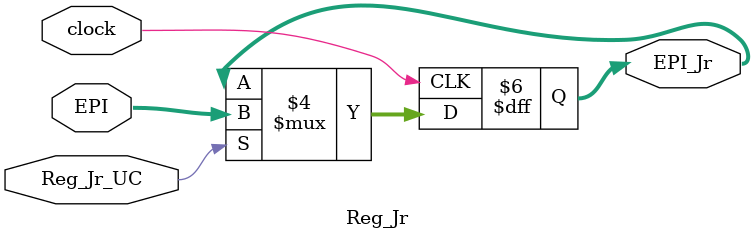
<source format=v>
module Reg_Jr
(
input clock,
input Reg_Jr_UC,
input [9:0] EPI,
output reg [9:0] EPI_Jr
); 
always@ (posedge clock)
	begin
		if (Reg_Jr_UC==1)
			EPI_Jr=EPI;
	end
endmodule
</source>
